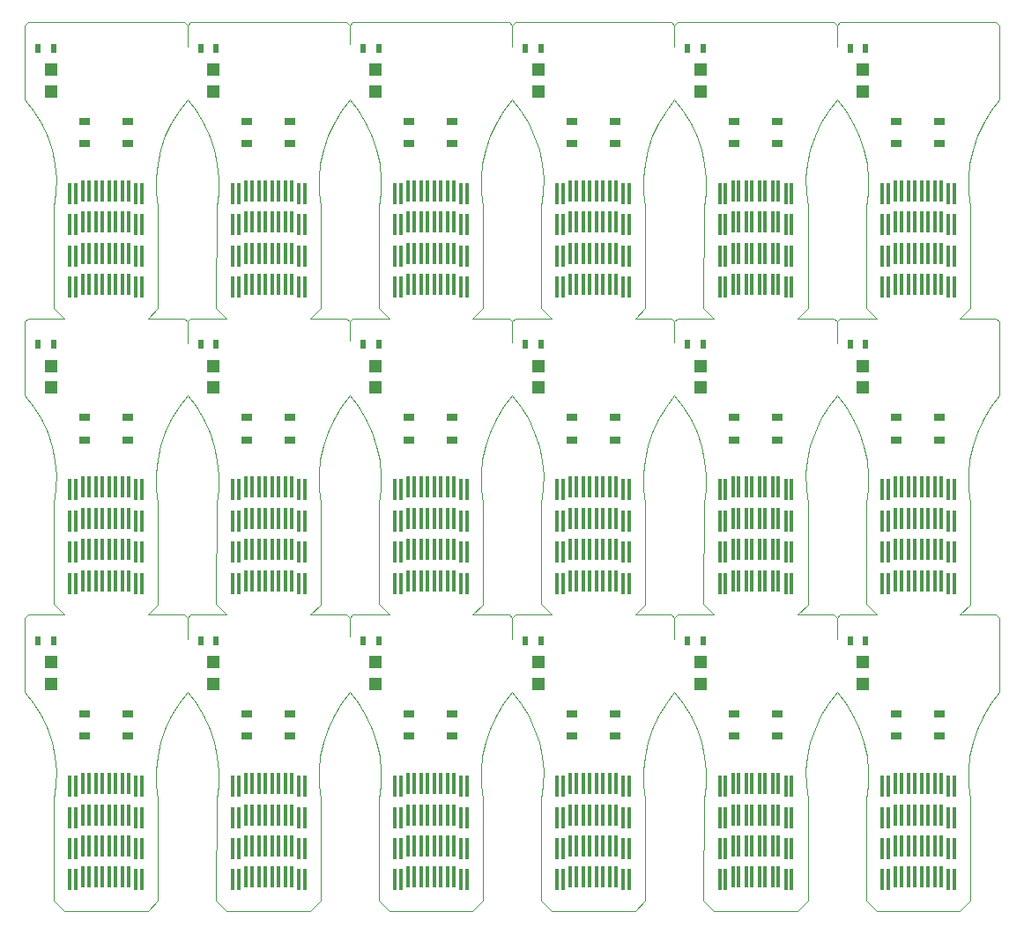
<source format=gbr>
%TF.GenerationSoftware,KiCad,Pcbnew,5.1.6-c6e7f7d~86~ubuntu18.04.1*%
%TF.CreationDate,2020-06-11T11:49:16+02:00*%
%TF.ProjectId,AVR_ISP_With_POGO_Pin_panelized,4156525f-4953-4505-9f57-6974685f504f,rev?*%
%TF.SameCoordinates,Original*%
%TF.FileFunction,Paste,Top*%
%TF.FilePolarity,Positive*%
%FSLAX46Y46*%
G04 Gerber Fmt 4.6, Leading zero omitted, Abs format (unit mm)*
G04 Created by KiCad (PCBNEW 5.1.6-c6e7f7d~86~ubuntu18.04.1) date 2020-06-11 11:49:16*
%MOMM*%
%LPD*%
G01*
G04 APERTURE LIST*
%TA.AperFunction,Profile*%
%ADD10C,0.100000*%
%TD*%
%ADD11R,0.304800X2.000000*%
%ADD12R,1.050000X0.650000*%
%ADD13R,0.500000X0.900000*%
%ADD14R,1.198880X1.198880*%
G04 APERTURE END LIST*
D10*
X65601000Y-78789900D02*
X65601800Y-80846800D01*
X65300500Y-78499200D02*
X65601000Y-78789900D01*
X61802400Y-78499000D02*
X65300500Y-78499200D01*
X62801000Y-77500100D02*
X61802400Y-78499000D01*
X62801000Y-67700000D02*
X62801000Y-77500100D01*
X62632800Y-66331600D02*
X62801000Y-67700000D01*
X62617000Y-64953100D02*
X62632800Y-66331600D01*
X62753800Y-63581400D02*
X62617000Y-64953100D01*
X63041500Y-62233100D02*
X62753800Y-63581400D01*
X63476400Y-60925000D02*
X63041500Y-62233100D01*
X64053500Y-59673000D02*
X63476400Y-60925000D01*
X64765400Y-58492600D02*
X64053500Y-59673000D01*
X65601800Y-57400300D02*
X64765400Y-58492600D01*
X66446300Y-58498900D02*
X65601800Y-57400300D01*
X67162800Y-59684300D02*
X66446300Y-58498900D01*
X67742800Y-60942300D02*
X67162800Y-59684300D01*
X68178900Y-62257000D02*
X67742800Y-60942300D01*
X68465800Y-63612200D02*
X68178900Y-62257000D01*
X68599800Y-64990900D02*
X68465800Y-63612200D01*
X68579300Y-66376000D02*
X68599800Y-64990900D01*
X68404500Y-67750300D02*
X68579300Y-66376000D01*
X68381800Y-77480100D02*
X68404500Y-67750300D01*
X69400400Y-78499000D02*
X68381800Y-77480100D01*
X65902200Y-78499200D02*
X69400400Y-78499000D01*
X65601800Y-78799900D02*
X65902200Y-78499200D01*
X65601800Y-80846800D02*
X65601800Y-78799900D01*
X81203800Y-78789900D02*
X81204500Y-80606800D01*
X80903300Y-78499100D02*
X81203800Y-78789900D01*
X77405200Y-78499000D02*
X80903300Y-78499100D01*
X78403800Y-77500100D02*
X77405200Y-78499000D01*
X78403800Y-67700000D02*
X78403800Y-77500100D01*
X78235600Y-66331600D02*
X78403800Y-67700000D01*
X78219800Y-64953100D02*
X78235600Y-66331600D01*
X78356600Y-63581400D02*
X78219800Y-64953100D01*
X78644200Y-62233100D02*
X78356600Y-63581400D01*
X79079200Y-60925000D02*
X78644200Y-62233100D01*
X79656200Y-59673000D02*
X79079200Y-60925000D01*
X80368200Y-58492600D02*
X79656200Y-59673000D01*
X81204600Y-57400300D02*
X80368200Y-58492600D01*
X82049000Y-58498900D02*
X81204600Y-57400300D01*
X82765600Y-59684300D02*
X82049000Y-58498900D01*
X83345600Y-60942300D02*
X82765600Y-59684300D01*
X83781700Y-62257000D02*
X83345600Y-60942300D01*
X84068600Y-63612200D02*
X83781700Y-62257000D01*
X84202600Y-64990900D02*
X84068600Y-63612200D01*
X84182100Y-66376000D02*
X84202600Y-64990900D01*
X84007300Y-67750300D02*
X84182100Y-66376000D01*
X83984500Y-77480100D02*
X84007300Y-67750300D01*
X85003100Y-78499000D02*
X83984500Y-77480100D01*
X81505000Y-78499100D02*
X85003100Y-78499000D01*
X81204500Y-78799900D02*
X81505000Y-78499100D01*
X81204500Y-80606800D02*
X81204500Y-78799900D01*
X96806500Y-78789900D02*
X96807300Y-80811700D01*
X96506000Y-78499200D02*
X96806500Y-78789900D01*
X93007900Y-78499000D02*
X96506000Y-78499200D01*
X94006500Y-77500100D02*
X93007900Y-78499000D01*
X94006500Y-67700000D02*
X94006500Y-77500100D01*
X93838400Y-66331600D02*
X94006500Y-67700000D01*
X93822600Y-64953100D02*
X93838400Y-66331600D01*
X93959400Y-63581400D02*
X93822600Y-64953100D01*
X94247000Y-62233100D02*
X93959400Y-63581400D01*
X94682000Y-60925000D02*
X94247000Y-62233100D01*
X95259000Y-59673000D02*
X94682000Y-60925000D01*
X95970900Y-58492600D02*
X95259000Y-59673000D01*
X96807300Y-57400300D02*
X95970900Y-58492600D01*
X97651800Y-58498900D02*
X96807300Y-57400300D01*
X98368400Y-59684300D02*
X97651800Y-58498900D01*
X98948300Y-60942300D02*
X98368400Y-59684300D01*
X99384500Y-62257000D02*
X98948300Y-60942300D01*
X99671300Y-63612200D02*
X99384500Y-62257000D01*
X99805300Y-64990900D02*
X99671300Y-63612200D01*
X99784800Y-66376000D02*
X99805300Y-64990900D01*
X99610000Y-67750300D02*
X99784800Y-66376000D01*
X99587300Y-77480100D02*
X99610000Y-67750300D01*
X100605900Y-78499000D02*
X99587300Y-77480100D01*
X97107700Y-78499200D02*
X100605900Y-78499000D01*
X96807300Y-78799900D02*
X97107700Y-78499200D01*
X96807300Y-80811700D02*
X96807300Y-78799900D01*
X112409300Y-78789900D02*
X112410100Y-80830600D01*
X112108800Y-78499200D02*
X112409300Y-78789900D01*
X108610700Y-78499000D02*
X112108800Y-78499200D01*
X109609300Y-77500100D02*
X108610700Y-78499000D01*
X109609300Y-67700000D02*
X109609300Y-77500100D01*
X109441200Y-66331600D02*
X109609300Y-67700000D01*
X109425400Y-64953100D02*
X109441200Y-66331600D01*
X109562100Y-63581400D02*
X109425400Y-64953100D01*
X109849800Y-62233100D02*
X109562100Y-63581400D01*
X110284800Y-60925000D02*
X109849800Y-62233100D01*
X110861800Y-59673000D02*
X110284800Y-60925000D01*
X111573700Y-58492600D02*
X110861800Y-59673000D01*
X112410100Y-57400300D02*
X111573700Y-58492600D01*
X113254600Y-58498900D02*
X112410100Y-57400300D01*
X113971200Y-59684300D02*
X113254600Y-58498900D01*
X114551100Y-60942300D02*
X113971200Y-59684300D01*
X114987300Y-62257000D02*
X114551100Y-60942300D01*
X115274100Y-63612200D02*
X114987300Y-62257000D01*
X115408100Y-64990900D02*
X115274100Y-63612200D01*
X115387600Y-66376000D02*
X115408100Y-64990900D01*
X115212800Y-67750300D02*
X115387600Y-66376000D01*
X115190100Y-77480100D02*
X115212800Y-67750300D01*
X116208700Y-78499000D02*
X115190100Y-77480100D01*
X112710500Y-78499200D02*
X116208700Y-78499000D01*
X112410100Y-78799900D02*
X112710500Y-78499200D01*
X112410100Y-80830600D02*
X112410100Y-78799900D01*
X128012100Y-78789900D02*
X128012900Y-80849800D01*
X127711600Y-78499200D02*
X128012100Y-78789900D01*
X124213500Y-78499000D02*
X127711600Y-78499200D01*
X125212100Y-77500100D02*
X124213500Y-78499000D01*
X125212100Y-67700000D02*
X125212100Y-77500100D01*
X125043900Y-66331600D02*
X125212100Y-67700000D01*
X125028100Y-64953100D02*
X125043900Y-66331600D01*
X125164900Y-63581400D02*
X125028100Y-64953100D01*
X125452500Y-62233100D02*
X125164900Y-63581400D01*
X125887500Y-60925000D02*
X125452500Y-62233100D01*
X126464500Y-59673000D02*
X125887500Y-60925000D01*
X127176500Y-58492600D02*
X126464500Y-59673000D01*
X128012900Y-57400300D02*
X127176500Y-58492600D01*
X128857400Y-58498900D02*
X128012900Y-57400300D01*
X129573900Y-59684300D02*
X128857400Y-58498900D01*
X130153900Y-60942300D02*
X129573900Y-59684300D01*
X130590000Y-62257000D02*
X130153900Y-60942300D01*
X130876900Y-63612200D02*
X130590000Y-62257000D01*
X131010900Y-64990900D02*
X130876900Y-63612200D01*
X130990400Y-66376000D02*
X131010900Y-64990900D01*
X130815600Y-67750300D02*
X130990400Y-66376000D01*
X130792900Y-77480100D02*
X130815600Y-67750300D01*
X131811500Y-78499000D02*
X130792900Y-77480100D01*
X128313300Y-78499200D02*
X131811500Y-78499000D01*
X128012900Y-78799900D02*
X128313300Y-78499200D01*
X128012900Y-80849800D02*
X128012900Y-78799900D01*
X65601000Y-107289900D02*
X65601800Y-109346900D01*
X65300500Y-106999200D02*
X65601000Y-107289900D01*
X61802400Y-106999000D02*
X65300500Y-106999200D01*
X62801000Y-106000100D02*
X61802400Y-106999000D01*
X62801000Y-96200000D02*
X62801000Y-106000100D01*
X62632800Y-94831600D02*
X62801000Y-96200000D01*
X62617000Y-93453100D02*
X62632800Y-94831600D01*
X62753800Y-92081400D02*
X62617000Y-93453100D01*
X63041500Y-90733200D02*
X62753800Y-92081400D01*
X63476400Y-89425000D02*
X63041500Y-90733200D01*
X64053500Y-88173100D02*
X63476400Y-89425000D01*
X64765400Y-86992600D02*
X64053500Y-88173100D01*
X65601800Y-85900300D02*
X64765400Y-86992600D01*
X66446300Y-86998900D02*
X65601800Y-85900300D01*
X67162800Y-88184300D02*
X66446300Y-86998900D01*
X67742800Y-89442300D02*
X67162800Y-88184300D01*
X68178900Y-90757000D02*
X67742800Y-89442300D01*
X68465800Y-92112200D02*
X68178900Y-90757000D01*
X68599800Y-93490900D02*
X68465800Y-92112200D01*
X68579300Y-94876000D02*
X68599800Y-93490900D01*
X68404500Y-96250300D02*
X68579300Y-94876000D01*
X68381800Y-105980100D02*
X68404500Y-96250300D01*
X69400400Y-106999000D02*
X68381800Y-105980100D01*
X65902200Y-106999200D02*
X69400400Y-106999000D01*
X65601800Y-107299900D02*
X65902200Y-106999200D01*
X65601800Y-109346900D02*
X65601800Y-107299900D01*
X81203800Y-107289900D02*
X81204500Y-109106800D01*
X80903300Y-106999100D02*
X81203800Y-107289900D01*
X77405200Y-106999000D02*
X80903300Y-106999100D01*
X78403800Y-106000100D02*
X77405200Y-106999000D01*
X78403800Y-96200000D02*
X78403800Y-106000100D01*
X78235600Y-94831600D02*
X78403800Y-96200000D01*
X78219800Y-93453100D02*
X78235600Y-94831600D01*
X78356600Y-92081400D02*
X78219800Y-93453100D01*
X78644200Y-90733200D02*
X78356600Y-92081400D01*
X79079200Y-89425000D02*
X78644200Y-90733200D01*
X79656200Y-88173100D02*
X79079200Y-89425000D01*
X80368200Y-86992600D02*
X79656200Y-88173100D01*
X81204600Y-85900300D02*
X80368200Y-86992600D01*
X82049000Y-86998900D02*
X81204600Y-85900300D01*
X82765600Y-88184300D02*
X82049000Y-86998900D01*
X83345600Y-89442300D02*
X82765600Y-88184300D01*
X83781700Y-90757000D02*
X83345600Y-89442300D01*
X84068600Y-92112200D02*
X83781700Y-90757000D01*
X84202600Y-93490900D02*
X84068600Y-92112200D01*
X84182100Y-94876000D02*
X84202600Y-93490900D01*
X84007300Y-96250300D02*
X84182100Y-94876000D01*
X83984500Y-105980100D02*
X84007300Y-96250300D01*
X85003100Y-106999000D02*
X83984500Y-105980100D01*
X81505000Y-106999100D02*
X85003100Y-106999000D01*
X81204500Y-107299900D02*
X81505000Y-106999100D01*
X81204500Y-109106800D02*
X81204500Y-107299900D01*
X96806500Y-107289900D02*
X96807300Y-109311700D01*
X96506000Y-106999200D02*
X96806500Y-107289900D01*
X93007900Y-106999000D02*
X96506000Y-106999200D01*
X94006500Y-106000100D02*
X93007900Y-106999000D01*
X94006500Y-96200000D02*
X94006500Y-106000100D01*
X93838400Y-94831600D02*
X94006500Y-96200000D01*
X93822600Y-93453100D02*
X93838400Y-94831600D01*
X93959400Y-92081400D02*
X93822600Y-93453100D01*
X94247000Y-90733200D02*
X93959400Y-92081400D01*
X94682000Y-89425000D02*
X94247000Y-90733200D01*
X95259000Y-88173100D02*
X94682000Y-89425000D01*
X95970900Y-86992600D02*
X95259000Y-88173100D01*
X96807400Y-85900300D02*
X95970900Y-86992600D01*
X97651800Y-86998900D02*
X96807400Y-85900300D01*
X98368400Y-88184300D02*
X97651800Y-86998900D01*
X98948300Y-89442300D02*
X98368400Y-88184300D01*
X99384500Y-90757000D02*
X98948300Y-89442300D01*
X99671300Y-92112200D02*
X99384500Y-90757000D01*
X99805300Y-93490900D02*
X99671300Y-92112200D01*
X99784800Y-94876000D02*
X99805300Y-93490900D01*
X99610000Y-96250300D02*
X99784800Y-94876000D01*
X99587300Y-105980100D02*
X99610000Y-96250300D01*
X100605900Y-106999000D02*
X99587300Y-105980100D01*
X97107700Y-106999200D02*
X100605900Y-106999000D01*
X96807300Y-107299900D02*
X97107700Y-106999200D01*
X96807300Y-109311700D02*
X96807300Y-107299900D01*
X112409300Y-107289900D02*
X112410100Y-109330600D01*
X112108800Y-106999200D02*
X112409300Y-107289900D01*
X108610700Y-106999000D02*
X112108800Y-106999200D01*
X109609300Y-106000100D02*
X108610700Y-106999000D01*
X109609300Y-96200000D02*
X109609300Y-106000100D01*
X109441200Y-94831600D02*
X109609300Y-96200000D01*
X109425400Y-93453100D02*
X109441200Y-94831600D01*
X109562100Y-92081400D02*
X109425400Y-93453100D01*
X109849800Y-90733200D02*
X109562100Y-92081400D01*
X110284800Y-89425000D02*
X109849800Y-90733200D01*
X110861800Y-88173100D02*
X110284800Y-89425000D01*
X111573700Y-86992600D02*
X110861800Y-88173100D01*
X112410100Y-85900300D02*
X111573700Y-86992600D01*
X113254600Y-86998900D02*
X112410100Y-85900300D01*
X113971200Y-88184300D02*
X113254600Y-86998900D01*
X114551100Y-89442300D02*
X113971200Y-88184300D01*
X114987300Y-90757000D02*
X114551100Y-89442300D01*
X115274100Y-92112200D02*
X114987300Y-90757000D01*
X115408100Y-93490900D02*
X115274100Y-92112200D01*
X115387600Y-94876000D02*
X115408100Y-93490900D01*
X115212800Y-96250300D02*
X115387600Y-94876000D01*
X115190100Y-105980100D02*
X115212800Y-96250300D01*
X116208700Y-106999000D02*
X115190100Y-105980100D01*
X112710500Y-106999200D02*
X116208700Y-106999000D01*
X112410100Y-107299900D02*
X112710500Y-106999200D01*
X112410100Y-109330600D02*
X112410100Y-107299900D01*
X128012100Y-107289900D02*
X128012900Y-109349800D01*
X127711600Y-106999200D02*
X128012100Y-107289900D01*
X124213500Y-106999000D02*
X127711600Y-106999200D01*
X125212100Y-106000100D02*
X124213500Y-106999000D01*
X125212100Y-96200000D02*
X125212100Y-106000100D01*
X125043900Y-94831600D02*
X125212100Y-96200000D01*
X125028100Y-93453100D02*
X125043900Y-94831600D01*
X125164900Y-92081400D02*
X125028100Y-93453100D01*
X125452500Y-90733200D02*
X125164900Y-92081400D01*
X125887500Y-89425000D02*
X125452500Y-90733200D01*
X126464500Y-88173100D02*
X125887500Y-89425000D01*
X127176500Y-86992600D02*
X126464500Y-88173100D01*
X128012900Y-85900300D02*
X127176500Y-86992600D01*
X128857400Y-86998900D02*
X128012900Y-85900300D01*
X129573900Y-88184300D02*
X128857400Y-86998900D01*
X130153900Y-89442300D02*
X129573900Y-88184300D01*
X130590000Y-90757000D02*
X130153900Y-89442300D01*
X130876900Y-92112200D02*
X130590000Y-90757000D01*
X131010900Y-93490900D02*
X130876900Y-92112200D01*
X130990400Y-94876000D02*
X131010900Y-93490900D01*
X130815600Y-96250300D02*
X130990400Y-94876000D01*
X130792900Y-105980100D02*
X130815600Y-96250300D01*
X131811500Y-106999000D02*
X130792900Y-105980100D01*
X128313300Y-106999200D02*
X131811500Y-106999000D01*
X128012900Y-107299900D02*
X128313300Y-106999200D01*
X128012900Y-109349800D02*
X128012900Y-107299900D01*
X140814900Y-106000100D02*
X139816300Y-106999000D01*
X140814900Y-96200000D02*
X140814900Y-106000100D01*
X140646700Y-94831600D02*
X140814900Y-96200000D01*
X140630900Y-93453100D02*
X140646700Y-94831600D01*
X140767700Y-92081400D02*
X140630900Y-93453100D01*
X141055300Y-90733200D02*
X140767700Y-92081400D01*
X141490300Y-89425000D02*
X141055300Y-90733200D01*
X142067300Y-88173100D02*
X141490300Y-89425000D01*
X142779300Y-86992600D02*
X142067300Y-88173100D01*
X143617600Y-85897500D02*
X142779300Y-86992600D01*
X143614800Y-78789500D02*
X143617600Y-85897500D01*
X143314000Y-78499000D02*
X143614800Y-78789500D01*
X139816300Y-78499000D02*
X143314000Y-78499000D01*
X140814900Y-77500100D02*
X139816300Y-78499000D01*
X140814900Y-67700000D02*
X140814900Y-77500100D01*
X140646700Y-66331600D02*
X140814900Y-67700000D01*
X140630900Y-64953100D02*
X140646700Y-66331600D01*
X140767700Y-63581400D02*
X140630900Y-64953100D01*
X141055300Y-62233100D02*
X140767700Y-63581400D01*
X141490300Y-60925000D02*
X141055300Y-62233100D01*
X142067300Y-59673000D02*
X141490300Y-60925000D01*
X142779300Y-58492600D02*
X142067300Y-59673000D01*
X143617600Y-57397500D02*
X142779300Y-58492600D01*
X143614900Y-50290000D02*
X143617600Y-57397500D01*
X143314400Y-49999200D02*
X143614900Y-50290000D01*
X128313700Y-49999000D02*
X143314400Y-49999200D01*
X128012900Y-50299900D02*
X128313700Y-49999000D01*
X128012900Y-52349800D02*
X128012900Y-50299900D01*
X128012100Y-50289900D02*
X128012900Y-52349800D01*
X127711100Y-49999000D02*
X128012100Y-50289900D01*
X112710900Y-49999000D02*
X127711100Y-49999000D01*
X112410100Y-50299900D02*
X112710900Y-49999000D01*
X112410100Y-52330600D02*
X112410100Y-50299900D01*
X112409300Y-50289900D02*
X112410100Y-52330600D01*
X112108300Y-49999000D02*
X112409300Y-50289900D01*
X97108100Y-49999000D02*
X112108300Y-49999000D01*
X96807300Y-50299900D02*
X97108100Y-49999000D01*
X96807300Y-52311700D02*
X96807300Y-50299900D01*
X96806500Y-50289900D02*
X96807300Y-52311700D01*
X96505500Y-49999000D02*
X96806500Y-50289900D01*
X81505400Y-49999000D02*
X96505500Y-49999000D01*
X81204500Y-50299900D02*
X81505400Y-49999000D01*
X81204500Y-52106800D02*
X81204500Y-50299900D01*
X81203800Y-50289900D02*
X81204500Y-52106800D01*
X80902900Y-49999000D02*
X81203800Y-50289900D01*
X65902700Y-49999000D02*
X80902900Y-49999000D01*
X65601800Y-50299900D02*
X65902700Y-49999000D01*
X65601800Y-52346800D02*
X65601800Y-50299900D01*
X65601000Y-50289900D02*
X65601800Y-52346800D01*
X65300100Y-49999000D02*
X65601000Y-50289900D01*
X50300000Y-49999000D02*
X65300100Y-49999000D01*
X49999200Y-50299400D02*
X50300000Y-49999000D01*
X49999000Y-57400200D02*
X49999200Y-50299400D01*
X50843500Y-58498900D02*
X49999000Y-57400200D01*
X51560100Y-59684300D02*
X50843500Y-58498900D01*
X52140000Y-60942300D02*
X51560100Y-59684300D01*
X52576200Y-62257000D02*
X52140000Y-60942300D01*
X52863000Y-63612200D02*
X52576200Y-62257000D01*
X52997000Y-64990900D02*
X52863000Y-63612200D01*
X52976500Y-66376000D02*
X52997000Y-64990900D01*
X52801700Y-67750300D02*
X52976500Y-66376000D01*
X52779000Y-77480100D02*
X52801700Y-67750300D01*
X53797600Y-78499000D02*
X52779000Y-77480100D01*
X50299900Y-78499000D02*
X53797600Y-78499000D01*
X49999100Y-78799500D02*
X50299900Y-78499000D01*
X49999000Y-85900100D02*
X49999100Y-78799500D01*
X50843500Y-86998900D02*
X49999000Y-85900100D01*
X51560100Y-88184300D02*
X50843500Y-86998900D01*
X52140000Y-89442300D02*
X51560100Y-88184300D01*
X52576200Y-90757000D02*
X52140000Y-89442300D01*
X52863000Y-92112200D02*
X52576200Y-90757000D01*
X52997000Y-93490900D02*
X52863000Y-92112200D01*
X52976500Y-94876000D02*
X52997000Y-93490900D01*
X52801700Y-96250300D02*
X52976500Y-94876000D01*
X52779000Y-105980100D02*
X52801700Y-96250300D01*
X53797600Y-106999000D02*
X52779000Y-105980100D01*
X50299900Y-106999000D02*
X53797600Y-106999000D01*
X49999100Y-107299500D02*
X50299900Y-106999000D01*
X49999000Y-114400000D02*
X49999100Y-107299500D01*
X50843500Y-115498900D02*
X49999000Y-114400000D01*
X51560100Y-116684300D02*
X50843500Y-115498900D01*
X52140000Y-117942300D02*
X51560100Y-116684300D01*
X52576200Y-119257100D02*
X52140000Y-117942300D01*
X52863000Y-120612200D02*
X52576200Y-119257100D01*
X52997000Y-121990900D02*
X52863000Y-120612200D01*
X52976500Y-123376000D02*
X52997000Y-121990900D01*
X52801700Y-124750300D02*
X52976500Y-123376000D01*
X52779000Y-134480100D02*
X52801700Y-124750300D01*
X53799400Y-135500800D02*
X52779000Y-134480100D01*
X61800100Y-135501000D02*
X53799400Y-135500800D01*
X62800900Y-134500500D02*
X61800100Y-135501000D01*
X62801000Y-124700000D02*
X62800900Y-134500500D01*
X62632800Y-123331600D02*
X62801000Y-124700000D01*
X62617000Y-121953100D02*
X62632800Y-123331600D01*
X62753800Y-120581400D02*
X62617000Y-121953100D01*
X63041500Y-119233200D02*
X62753800Y-120581400D01*
X63476400Y-117925000D02*
X63041500Y-119233200D01*
X64053500Y-116673100D02*
X63476400Y-117925000D01*
X64765400Y-115492600D02*
X64053500Y-116673100D01*
X65601800Y-114400300D02*
X64765400Y-115492600D01*
X66446300Y-115498900D02*
X65601800Y-114400300D01*
X67162800Y-116684300D02*
X66446300Y-115498900D01*
X67742800Y-117942300D02*
X67162800Y-116684300D01*
X68178900Y-119257100D02*
X67742800Y-117942300D01*
X68465800Y-120612200D02*
X68178900Y-119257100D01*
X68599800Y-121990900D02*
X68465800Y-120612200D01*
X68579300Y-123376000D02*
X68599800Y-121990900D01*
X68404500Y-124750300D02*
X68579300Y-123376000D01*
X68381800Y-134480100D02*
X68404500Y-124750300D01*
X69402200Y-135500800D02*
X68381800Y-134480100D01*
X77402900Y-135501000D02*
X69402200Y-135500800D01*
X78403700Y-134500500D02*
X77402900Y-135501000D01*
X78403800Y-124700000D02*
X78403700Y-134500500D01*
X78235600Y-123331600D02*
X78403800Y-124700000D01*
X78219800Y-121953100D02*
X78235600Y-123331600D01*
X78356600Y-120581400D02*
X78219800Y-121953100D01*
X78644200Y-119233200D02*
X78356600Y-120581400D01*
X79079200Y-117925000D02*
X78644200Y-119233200D01*
X79656200Y-116673100D02*
X79079200Y-117925000D01*
X80368200Y-115492600D02*
X79656200Y-116673100D01*
X81204600Y-114400300D02*
X80368200Y-115492600D01*
X82049000Y-115498900D02*
X81204600Y-114400300D01*
X82765600Y-116684300D02*
X82049000Y-115498900D01*
X83345600Y-117942300D02*
X82765600Y-116684300D01*
X83781700Y-119257100D02*
X83345600Y-117942300D01*
X84068600Y-120612200D02*
X83781700Y-119257100D01*
X84202600Y-121990900D02*
X84068600Y-120612200D01*
X84182100Y-123376000D02*
X84202600Y-121990900D01*
X84007300Y-124750300D02*
X84182100Y-123376000D01*
X83984600Y-134480500D02*
X84007300Y-124750300D01*
X85005400Y-135501000D02*
X83984600Y-134480500D01*
X93006000Y-135500900D02*
X85005400Y-135501000D01*
X94006500Y-134500100D02*
X93006000Y-135500900D01*
X94006500Y-124700000D02*
X94006500Y-134500100D01*
X93838400Y-123331600D02*
X94006500Y-124700000D01*
X93822600Y-121953100D02*
X93838400Y-123331600D01*
X93959400Y-120581400D02*
X93822600Y-121953100D01*
X94247000Y-119233200D02*
X93959400Y-120581400D01*
X94682000Y-117925000D02*
X94247000Y-119233200D01*
X95259000Y-116673100D02*
X94682000Y-117925000D01*
X95970900Y-115492600D02*
X95259000Y-116673100D01*
X96807400Y-114400300D02*
X95970900Y-115492600D01*
X97651800Y-115498900D02*
X96807400Y-114400300D01*
X98368400Y-116684300D02*
X97651800Y-115498900D01*
X98948300Y-117942300D02*
X98368400Y-116684300D01*
X99384500Y-119257100D02*
X98948300Y-117942300D01*
X99671300Y-120612200D02*
X99384500Y-119257100D01*
X99805300Y-121990900D02*
X99671300Y-120612200D01*
X99784800Y-123376000D02*
X99805300Y-121990900D01*
X99610000Y-124750300D02*
X99784800Y-123376000D01*
X99587400Y-134480500D02*
X99610000Y-124750300D01*
X100608200Y-135501000D02*
X99587400Y-134480500D01*
X108608700Y-135500900D02*
X100608200Y-135501000D01*
X109609300Y-134500100D02*
X108608700Y-135500900D01*
X109609300Y-124700000D02*
X109609300Y-134500100D01*
X109441200Y-123331600D02*
X109609300Y-124700000D01*
X109425400Y-121953100D02*
X109441200Y-123331600D01*
X109562100Y-120581400D02*
X109425400Y-121953100D01*
X109849800Y-119233200D02*
X109562100Y-120581400D01*
X110284800Y-117925000D02*
X109849800Y-119233200D01*
X110861800Y-116673100D02*
X110284800Y-117925000D01*
X111573700Y-115492600D02*
X110861800Y-116673100D01*
X112410100Y-114400300D02*
X111573700Y-115492600D01*
X113254600Y-115498900D02*
X112410100Y-114400300D01*
X113971200Y-116684300D02*
X113254600Y-115498900D01*
X114551100Y-117942300D02*
X113971200Y-116684300D01*
X114987300Y-119257100D02*
X114551100Y-117942300D01*
X115274100Y-120612200D02*
X114987300Y-119257100D01*
X115408100Y-121990900D02*
X115274100Y-120612200D01*
X115387600Y-123376000D02*
X115408100Y-121990900D01*
X115212800Y-124750300D02*
X115387600Y-123376000D01*
X115190200Y-134480500D02*
X115212800Y-124750300D01*
X116211000Y-135501000D02*
X115190200Y-134480500D01*
X124211400Y-135501000D02*
X116211000Y-135501000D01*
X125212100Y-134500100D02*
X124211400Y-135501000D01*
X125212100Y-124700000D02*
X125212100Y-134500100D01*
X125043900Y-123331600D02*
X125212100Y-124700000D01*
X125028100Y-121953100D02*
X125043900Y-123331600D01*
X125164900Y-120581400D02*
X125028100Y-121953100D01*
X125452500Y-119233200D02*
X125164900Y-120581400D01*
X125887500Y-117925000D02*
X125452500Y-119233200D01*
X126464500Y-116673100D02*
X125887500Y-117925000D01*
X127176500Y-115492600D02*
X126464500Y-116673100D01*
X128012900Y-114400300D02*
X127176500Y-115492600D01*
X128857400Y-115498900D02*
X128012900Y-114400300D01*
X129573900Y-116684300D02*
X128857400Y-115498900D01*
X130153900Y-117942300D02*
X129573900Y-116684300D01*
X130590000Y-119257100D02*
X130153900Y-117942300D01*
X130876900Y-120612200D02*
X130590000Y-119257100D01*
X131010900Y-121990900D02*
X130876900Y-120612200D01*
X130990400Y-123376000D02*
X131010900Y-121990900D01*
X130815600Y-124750300D02*
X130990400Y-123376000D01*
X130793000Y-134480500D02*
X130815600Y-124750300D01*
X131813800Y-135501000D02*
X130793000Y-134480500D01*
X139814200Y-135501000D02*
X131813800Y-135501000D01*
X140814900Y-134500100D02*
X139814200Y-135501000D01*
X140814900Y-124700000D02*
X140814900Y-134500100D01*
X140646700Y-123331600D02*
X140814900Y-124700000D01*
X140630900Y-121953100D02*
X140646700Y-123331600D01*
X140767700Y-120581400D02*
X140630900Y-121953100D01*
X141055300Y-119233200D02*
X140767700Y-120581400D01*
X141490300Y-117925000D02*
X141055300Y-119233200D01*
X142067300Y-116673100D02*
X141490300Y-117925000D01*
X142779300Y-115492600D02*
X142067300Y-116673100D01*
X143617600Y-114397400D02*
X142779300Y-115492600D01*
X143614800Y-107289500D02*
X143617600Y-114397400D01*
X143314000Y-106999000D02*
X143614800Y-107289500D01*
X139816300Y-106999000D02*
X143314000Y-106999000D01*
D11*
%TO.C,P2*%
X133616771Y-132221227D03*
X134886771Y-132221227D03*
X134200971Y-132221227D03*
X135470971Y-132221227D03*
X132346771Y-132475227D03*
X136156771Y-132221227D03*
X137426771Y-132221227D03*
X132346771Y-129475227D03*
X133616771Y-129221227D03*
X134886771Y-129221227D03*
X136156771Y-129221227D03*
X137426771Y-129221227D03*
X132346771Y-126475227D03*
X133616771Y-126221227D03*
X134886771Y-126221227D03*
X136156771Y-126221227D03*
X137426771Y-126221227D03*
X132346771Y-123475227D03*
X133616771Y-123221227D03*
X134886771Y-123221227D03*
X136156771Y-123221227D03*
X137426771Y-123221227D03*
X132930971Y-123475227D03*
X134200971Y-123221227D03*
X135470971Y-123221227D03*
X136740971Y-123221227D03*
X138010971Y-123221227D03*
X132930971Y-129475227D03*
X134200971Y-129221227D03*
X135470971Y-129221227D03*
X136740971Y-129221227D03*
X138010971Y-129221227D03*
X132930971Y-126475227D03*
X134200971Y-126221227D03*
X135470971Y-126221227D03*
X136740971Y-126221227D03*
X138010971Y-126221227D03*
X132930971Y-132475227D03*
X136740971Y-132221227D03*
X138010971Y-132221227D03*
X138696771Y-123475227D03*
X138696771Y-126475227D03*
X138696771Y-129475227D03*
X138696771Y-132475227D03*
X139280971Y-123475227D03*
X139280971Y-126475227D03*
X139280971Y-129475227D03*
X139280971Y-132475227D03*
%TD*%
D12*
%TO.C,S1*%
X137888871Y-118675027D03*
X133738871Y-118675027D03*
X137888871Y-116525027D03*
X133738871Y-116525027D03*
%TD*%
D13*
%TO.C,R1*%
X129283871Y-109500027D03*
X130783871Y-109500027D03*
%TD*%
D14*
%TO.C,D1*%
X130513871Y-113649047D03*
X130513871Y-111551007D03*
%TD*%
D11*
%TO.C,P2*%
X118013997Y-132221227D03*
X119283997Y-132221227D03*
X118598197Y-132221227D03*
X119868197Y-132221227D03*
X116743997Y-132475227D03*
X120553997Y-132221227D03*
X121823997Y-132221227D03*
X116743997Y-129475227D03*
X118013997Y-129221227D03*
X119283997Y-129221227D03*
X120553997Y-129221227D03*
X121823997Y-129221227D03*
X116743997Y-126475227D03*
X118013997Y-126221227D03*
X119283997Y-126221227D03*
X120553997Y-126221227D03*
X121823997Y-126221227D03*
X116743997Y-123475227D03*
X118013997Y-123221227D03*
X119283997Y-123221227D03*
X120553997Y-123221227D03*
X121823997Y-123221227D03*
X117328197Y-123475227D03*
X118598197Y-123221227D03*
X119868197Y-123221227D03*
X121138197Y-123221227D03*
X122408197Y-123221227D03*
X117328197Y-129475227D03*
X118598197Y-129221227D03*
X119868197Y-129221227D03*
X121138197Y-129221227D03*
X122408197Y-129221227D03*
X117328197Y-126475227D03*
X118598197Y-126221227D03*
X119868197Y-126221227D03*
X121138197Y-126221227D03*
X122408197Y-126221227D03*
X117328197Y-132475227D03*
X121138197Y-132221227D03*
X122408197Y-132221227D03*
X123093997Y-123475227D03*
X123093997Y-126475227D03*
X123093997Y-129475227D03*
X123093997Y-132475227D03*
X123678197Y-123475227D03*
X123678197Y-126475227D03*
X123678197Y-129475227D03*
X123678197Y-132475227D03*
%TD*%
D12*
%TO.C,S1*%
X122286097Y-118675027D03*
X118136097Y-118675027D03*
X122286097Y-116525027D03*
X118136097Y-116525027D03*
%TD*%
D13*
%TO.C,R1*%
X113681097Y-109500027D03*
X115181097Y-109500027D03*
%TD*%
D14*
%TO.C,D1*%
X114911097Y-113649047D03*
X114911097Y-111551007D03*
%TD*%
D11*
%TO.C,P2*%
X102411223Y-132221227D03*
X103681223Y-132221227D03*
X102995423Y-132221227D03*
X104265423Y-132221227D03*
X101141223Y-132475227D03*
X104951223Y-132221227D03*
X106221223Y-132221227D03*
X101141223Y-129475227D03*
X102411223Y-129221227D03*
X103681223Y-129221227D03*
X104951223Y-129221227D03*
X106221223Y-129221227D03*
X101141223Y-126475227D03*
X102411223Y-126221227D03*
X103681223Y-126221227D03*
X104951223Y-126221227D03*
X106221223Y-126221227D03*
X101141223Y-123475227D03*
X102411223Y-123221227D03*
X103681223Y-123221227D03*
X104951223Y-123221227D03*
X106221223Y-123221227D03*
X101725423Y-123475227D03*
X102995423Y-123221227D03*
X104265423Y-123221227D03*
X105535423Y-123221227D03*
X106805423Y-123221227D03*
X101725423Y-129475227D03*
X102995423Y-129221227D03*
X104265423Y-129221227D03*
X105535423Y-129221227D03*
X106805423Y-129221227D03*
X101725423Y-126475227D03*
X102995423Y-126221227D03*
X104265423Y-126221227D03*
X105535423Y-126221227D03*
X106805423Y-126221227D03*
X101725423Y-132475227D03*
X105535423Y-132221227D03*
X106805423Y-132221227D03*
X107491223Y-123475227D03*
X107491223Y-126475227D03*
X107491223Y-129475227D03*
X107491223Y-132475227D03*
X108075423Y-123475227D03*
X108075423Y-126475227D03*
X108075423Y-129475227D03*
X108075423Y-132475227D03*
%TD*%
D12*
%TO.C,S1*%
X106683323Y-118675027D03*
X102533323Y-118675027D03*
X106683323Y-116525027D03*
X102533323Y-116525027D03*
%TD*%
D13*
%TO.C,R1*%
X98078323Y-109500027D03*
X99578323Y-109500027D03*
%TD*%
D14*
%TO.C,D1*%
X99308323Y-113649047D03*
X99308323Y-111551007D03*
%TD*%
D11*
%TO.C,P2*%
X86808449Y-132221227D03*
X88078449Y-132221227D03*
X87392649Y-132221227D03*
X88662649Y-132221227D03*
X85538449Y-132475227D03*
X89348449Y-132221227D03*
X90618449Y-132221227D03*
X85538449Y-129475227D03*
X86808449Y-129221227D03*
X88078449Y-129221227D03*
X89348449Y-129221227D03*
X90618449Y-129221227D03*
X85538449Y-126475227D03*
X86808449Y-126221227D03*
X88078449Y-126221227D03*
X89348449Y-126221227D03*
X90618449Y-126221227D03*
X85538449Y-123475227D03*
X86808449Y-123221227D03*
X88078449Y-123221227D03*
X89348449Y-123221227D03*
X90618449Y-123221227D03*
X86122649Y-123475227D03*
X87392649Y-123221227D03*
X88662649Y-123221227D03*
X89932649Y-123221227D03*
X91202649Y-123221227D03*
X86122649Y-129475227D03*
X87392649Y-129221227D03*
X88662649Y-129221227D03*
X89932649Y-129221227D03*
X91202649Y-129221227D03*
X86122649Y-126475227D03*
X87392649Y-126221227D03*
X88662649Y-126221227D03*
X89932649Y-126221227D03*
X91202649Y-126221227D03*
X86122649Y-132475227D03*
X89932649Y-132221227D03*
X91202649Y-132221227D03*
X91888449Y-123475227D03*
X91888449Y-126475227D03*
X91888449Y-129475227D03*
X91888449Y-132475227D03*
X92472649Y-123475227D03*
X92472649Y-126475227D03*
X92472649Y-129475227D03*
X92472649Y-132475227D03*
%TD*%
D12*
%TO.C,S1*%
X91080549Y-118675027D03*
X86930549Y-118675027D03*
X91080549Y-116525027D03*
X86930549Y-116525027D03*
%TD*%
D13*
%TO.C,R1*%
X82475549Y-109500027D03*
X83975549Y-109500027D03*
%TD*%
D14*
%TO.C,D1*%
X83705549Y-113649047D03*
X83705549Y-111551007D03*
%TD*%
D11*
%TO.C,P2*%
X71205675Y-132221227D03*
X72475675Y-132221227D03*
X71789875Y-132221227D03*
X73059875Y-132221227D03*
X69935675Y-132475227D03*
X73745675Y-132221227D03*
X75015675Y-132221227D03*
X69935675Y-129475227D03*
X71205675Y-129221227D03*
X72475675Y-129221227D03*
X73745675Y-129221227D03*
X75015675Y-129221227D03*
X69935675Y-126475227D03*
X71205675Y-126221227D03*
X72475675Y-126221227D03*
X73745675Y-126221227D03*
X75015675Y-126221227D03*
X69935675Y-123475227D03*
X71205675Y-123221227D03*
X72475675Y-123221227D03*
X73745675Y-123221227D03*
X75015675Y-123221227D03*
X70519875Y-123475227D03*
X71789875Y-123221227D03*
X73059875Y-123221227D03*
X74329875Y-123221227D03*
X75599875Y-123221227D03*
X70519875Y-129475227D03*
X71789875Y-129221227D03*
X73059875Y-129221227D03*
X74329875Y-129221227D03*
X75599875Y-129221227D03*
X70519875Y-126475227D03*
X71789875Y-126221227D03*
X73059875Y-126221227D03*
X74329875Y-126221227D03*
X75599875Y-126221227D03*
X70519875Y-132475227D03*
X74329875Y-132221227D03*
X75599875Y-132221227D03*
X76285675Y-123475227D03*
X76285675Y-126475227D03*
X76285675Y-129475227D03*
X76285675Y-132475227D03*
X76869875Y-123475227D03*
X76869875Y-126475227D03*
X76869875Y-129475227D03*
X76869875Y-132475227D03*
%TD*%
D12*
%TO.C,S1*%
X75477775Y-118675027D03*
X71327775Y-118675027D03*
X75477775Y-116525027D03*
X71327775Y-116525027D03*
%TD*%
D13*
%TO.C,R1*%
X66872775Y-109500027D03*
X68372775Y-109500027D03*
%TD*%
D14*
%TO.C,D1*%
X68102775Y-113649047D03*
X68102775Y-111551007D03*
%TD*%
D11*
%TO.C,P2*%
X55602901Y-132221227D03*
X56872901Y-132221227D03*
X56187101Y-132221227D03*
X57457101Y-132221227D03*
X54332901Y-132475227D03*
X58142901Y-132221227D03*
X59412901Y-132221227D03*
X54332901Y-129475227D03*
X55602901Y-129221227D03*
X56872901Y-129221227D03*
X58142901Y-129221227D03*
X59412901Y-129221227D03*
X54332901Y-126475227D03*
X55602901Y-126221227D03*
X56872901Y-126221227D03*
X58142901Y-126221227D03*
X59412901Y-126221227D03*
X54332901Y-123475227D03*
X55602901Y-123221227D03*
X56872901Y-123221227D03*
X58142901Y-123221227D03*
X59412901Y-123221227D03*
X54917101Y-123475227D03*
X56187101Y-123221227D03*
X57457101Y-123221227D03*
X58727101Y-123221227D03*
X59997101Y-123221227D03*
X54917101Y-129475227D03*
X56187101Y-129221227D03*
X57457101Y-129221227D03*
X58727101Y-129221227D03*
X59997101Y-129221227D03*
X54917101Y-126475227D03*
X56187101Y-126221227D03*
X57457101Y-126221227D03*
X58727101Y-126221227D03*
X59997101Y-126221227D03*
X54917101Y-132475227D03*
X58727101Y-132221227D03*
X59997101Y-132221227D03*
X60682901Y-123475227D03*
X60682901Y-126475227D03*
X60682901Y-129475227D03*
X60682901Y-132475227D03*
X61267101Y-123475227D03*
X61267101Y-126475227D03*
X61267101Y-129475227D03*
X61267101Y-132475227D03*
%TD*%
D12*
%TO.C,S1*%
X59875001Y-118675027D03*
X55725001Y-118675027D03*
X59875001Y-116525027D03*
X55725001Y-116525027D03*
%TD*%
D13*
%TO.C,R1*%
X51270001Y-109500027D03*
X52770001Y-109500027D03*
%TD*%
D14*
%TO.C,D1*%
X52500001Y-113649047D03*
X52500001Y-111551007D03*
%TD*%
D11*
%TO.C,P2*%
X133616771Y-103721214D03*
X134886771Y-103721214D03*
X134200971Y-103721214D03*
X135470971Y-103721214D03*
X132346771Y-103975214D03*
X136156771Y-103721214D03*
X137426771Y-103721214D03*
X132346771Y-100975214D03*
X133616771Y-100721214D03*
X134886771Y-100721214D03*
X136156771Y-100721214D03*
X137426771Y-100721214D03*
X132346771Y-97975214D03*
X133616771Y-97721214D03*
X134886771Y-97721214D03*
X136156771Y-97721214D03*
X137426771Y-97721214D03*
X132346771Y-94975214D03*
X133616771Y-94721214D03*
X134886771Y-94721214D03*
X136156771Y-94721214D03*
X137426771Y-94721214D03*
X132930971Y-94975214D03*
X134200971Y-94721214D03*
X135470971Y-94721214D03*
X136740971Y-94721214D03*
X138010971Y-94721214D03*
X132930971Y-100975214D03*
X134200971Y-100721214D03*
X135470971Y-100721214D03*
X136740971Y-100721214D03*
X138010971Y-100721214D03*
X132930971Y-97975214D03*
X134200971Y-97721214D03*
X135470971Y-97721214D03*
X136740971Y-97721214D03*
X138010971Y-97721214D03*
X132930971Y-103975214D03*
X136740971Y-103721214D03*
X138010971Y-103721214D03*
X138696771Y-94975214D03*
X138696771Y-97975214D03*
X138696771Y-100975214D03*
X138696771Y-103975214D03*
X139280971Y-94975214D03*
X139280971Y-97975214D03*
X139280971Y-100975214D03*
X139280971Y-103975214D03*
%TD*%
D12*
%TO.C,S1*%
X137888871Y-90175014D03*
X133738871Y-90175014D03*
X137888871Y-88025014D03*
X133738871Y-88025014D03*
%TD*%
D13*
%TO.C,R1*%
X129283871Y-81000014D03*
X130783871Y-81000014D03*
%TD*%
D14*
%TO.C,D1*%
X130513871Y-85149034D03*
X130513871Y-83050994D03*
%TD*%
D11*
%TO.C,P2*%
X118013997Y-103721214D03*
X119283997Y-103721214D03*
X118598197Y-103721214D03*
X119868197Y-103721214D03*
X116743997Y-103975214D03*
X120553997Y-103721214D03*
X121823997Y-103721214D03*
X116743997Y-100975214D03*
X118013997Y-100721214D03*
X119283997Y-100721214D03*
X120553997Y-100721214D03*
X121823997Y-100721214D03*
X116743997Y-97975214D03*
X118013997Y-97721214D03*
X119283997Y-97721214D03*
X120553997Y-97721214D03*
X121823997Y-97721214D03*
X116743997Y-94975214D03*
X118013997Y-94721214D03*
X119283997Y-94721214D03*
X120553997Y-94721214D03*
X121823997Y-94721214D03*
X117328197Y-94975214D03*
X118598197Y-94721214D03*
X119868197Y-94721214D03*
X121138197Y-94721214D03*
X122408197Y-94721214D03*
X117328197Y-100975214D03*
X118598197Y-100721214D03*
X119868197Y-100721214D03*
X121138197Y-100721214D03*
X122408197Y-100721214D03*
X117328197Y-97975214D03*
X118598197Y-97721214D03*
X119868197Y-97721214D03*
X121138197Y-97721214D03*
X122408197Y-97721214D03*
X117328197Y-103975214D03*
X121138197Y-103721214D03*
X122408197Y-103721214D03*
X123093997Y-94975214D03*
X123093997Y-97975214D03*
X123093997Y-100975214D03*
X123093997Y-103975214D03*
X123678197Y-94975214D03*
X123678197Y-97975214D03*
X123678197Y-100975214D03*
X123678197Y-103975214D03*
%TD*%
D12*
%TO.C,S1*%
X122286097Y-90175014D03*
X118136097Y-90175014D03*
X122286097Y-88025014D03*
X118136097Y-88025014D03*
%TD*%
D13*
%TO.C,R1*%
X113681097Y-81000014D03*
X115181097Y-81000014D03*
%TD*%
D14*
%TO.C,D1*%
X114911097Y-85149034D03*
X114911097Y-83050994D03*
%TD*%
D11*
%TO.C,P2*%
X102411223Y-103721214D03*
X103681223Y-103721214D03*
X102995423Y-103721214D03*
X104265423Y-103721214D03*
X101141223Y-103975214D03*
X104951223Y-103721214D03*
X106221223Y-103721214D03*
X101141223Y-100975214D03*
X102411223Y-100721214D03*
X103681223Y-100721214D03*
X104951223Y-100721214D03*
X106221223Y-100721214D03*
X101141223Y-97975214D03*
X102411223Y-97721214D03*
X103681223Y-97721214D03*
X104951223Y-97721214D03*
X106221223Y-97721214D03*
X101141223Y-94975214D03*
X102411223Y-94721214D03*
X103681223Y-94721214D03*
X104951223Y-94721214D03*
X106221223Y-94721214D03*
X101725423Y-94975214D03*
X102995423Y-94721214D03*
X104265423Y-94721214D03*
X105535423Y-94721214D03*
X106805423Y-94721214D03*
X101725423Y-100975214D03*
X102995423Y-100721214D03*
X104265423Y-100721214D03*
X105535423Y-100721214D03*
X106805423Y-100721214D03*
X101725423Y-97975214D03*
X102995423Y-97721214D03*
X104265423Y-97721214D03*
X105535423Y-97721214D03*
X106805423Y-97721214D03*
X101725423Y-103975214D03*
X105535423Y-103721214D03*
X106805423Y-103721214D03*
X107491223Y-94975214D03*
X107491223Y-97975214D03*
X107491223Y-100975214D03*
X107491223Y-103975214D03*
X108075423Y-94975214D03*
X108075423Y-97975214D03*
X108075423Y-100975214D03*
X108075423Y-103975214D03*
%TD*%
D12*
%TO.C,S1*%
X106683323Y-90175014D03*
X102533323Y-90175014D03*
X106683323Y-88025014D03*
X102533323Y-88025014D03*
%TD*%
D13*
%TO.C,R1*%
X98078323Y-81000014D03*
X99578323Y-81000014D03*
%TD*%
D14*
%TO.C,D1*%
X99308323Y-85149034D03*
X99308323Y-83050994D03*
%TD*%
D11*
%TO.C,P2*%
X86808449Y-103721214D03*
X88078449Y-103721214D03*
X87392649Y-103721214D03*
X88662649Y-103721214D03*
X85538449Y-103975214D03*
X89348449Y-103721214D03*
X90618449Y-103721214D03*
X85538449Y-100975214D03*
X86808449Y-100721214D03*
X88078449Y-100721214D03*
X89348449Y-100721214D03*
X90618449Y-100721214D03*
X85538449Y-97975214D03*
X86808449Y-97721214D03*
X88078449Y-97721214D03*
X89348449Y-97721214D03*
X90618449Y-97721214D03*
X85538449Y-94975214D03*
X86808449Y-94721214D03*
X88078449Y-94721214D03*
X89348449Y-94721214D03*
X90618449Y-94721214D03*
X86122649Y-94975214D03*
X87392649Y-94721214D03*
X88662649Y-94721214D03*
X89932649Y-94721214D03*
X91202649Y-94721214D03*
X86122649Y-100975214D03*
X87392649Y-100721214D03*
X88662649Y-100721214D03*
X89932649Y-100721214D03*
X91202649Y-100721214D03*
X86122649Y-97975214D03*
X87392649Y-97721214D03*
X88662649Y-97721214D03*
X89932649Y-97721214D03*
X91202649Y-97721214D03*
X86122649Y-103975214D03*
X89932649Y-103721214D03*
X91202649Y-103721214D03*
X91888449Y-94975214D03*
X91888449Y-97975214D03*
X91888449Y-100975214D03*
X91888449Y-103975214D03*
X92472649Y-94975214D03*
X92472649Y-97975214D03*
X92472649Y-100975214D03*
X92472649Y-103975214D03*
%TD*%
D12*
%TO.C,S1*%
X91080549Y-90175014D03*
X86930549Y-90175014D03*
X91080549Y-88025014D03*
X86930549Y-88025014D03*
%TD*%
D13*
%TO.C,R1*%
X82475549Y-81000014D03*
X83975549Y-81000014D03*
%TD*%
D14*
%TO.C,D1*%
X83705549Y-85149034D03*
X83705549Y-83050994D03*
%TD*%
D11*
%TO.C,P2*%
X71205675Y-103721214D03*
X72475675Y-103721214D03*
X71789875Y-103721214D03*
X73059875Y-103721214D03*
X69935675Y-103975214D03*
X73745675Y-103721214D03*
X75015675Y-103721214D03*
X69935675Y-100975214D03*
X71205675Y-100721214D03*
X72475675Y-100721214D03*
X73745675Y-100721214D03*
X75015675Y-100721214D03*
X69935675Y-97975214D03*
X71205675Y-97721214D03*
X72475675Y-97721214D03*
X73745675Y-97721214D03*
X75015675Y-97721214D03*
X69935675Y-94975214D03*
X71205675Y-94721214D03*
X72475675Y-94721214D03*
X73745675Y-94721214D03*
X75015675Y-94721214D03*
X70519875Y-94975214D03*
X71789875Y-94721214D03*
X73059875Y-94721214D03*
X74329875Y-94721214D03*
X75599875Y-94721214D03*
X70519875Y-100975214D03*
X71789875Y-100721214D03*
X73059875Y-100721214D03*
X74329875Y-100721214D03*
X75599875Y-100721214D03*
X70519875Y-97975214D03*
X71789875Y-97721214D03*
X73059875Y-97721214D03*
X74329875Y-97721214D03*
X75599875Y-97721214D03*
X70519875Y-103975214D03*
X74329875Y-103721214D03*
X75599875Y-103721214D03*
X76285675Y-94975214D03*
X76285675Y-97975214D03*
X76285675Y-100975214D03*
X76285675Y-103975214D03*
X76869875Y-94975214D03*
X76869875Y-97975214D03*
X76869875Y-100975214D03*
X76869875Y-103975214D03*
%TD*%
D12*
%TO.C,S1*%
X75477775Y-90175014D03*
X71327775Y-90175014D03*
X75477775Y-88025014D03*
X71327775Y-88025014D03*
%TD*%
D13*
%TO.C,R1*%
X66872775Y-81000014D03*
X68372775Y-81000014D03*
%TD*%
D14*
%TO.C,D1*%
X68102775Y-85149034D03*
X68102775Y-83050994D03*
%TD*%
D11*
%TO.C,P2*%
X55602901Y-103721214D03*
X56872901Y-103721214D03*
X56187101Y-103721214D03*
X57457101Y-103721214D03*
X54332901Y-103975214D03*
X58142901Y-103721214D03*
X59412901Y-103721214D03*
X54332901Y-100975214D03*
X55602901Y-100721214D03*
X56872901Y-100721214D03*
X58142901Y-100721214D03*
X59412901Y-100721214D03*
X54332901Y-97975214D03*
X55602901Y-97721214D03*
X56872901Y-97721214D03*
X58142901Y-97721214D03*
X59412901Y-97721214D03*
X54332901Y-94975214D03*
X55602901Y-94721214D03*
X56872901Y-94721214D03*
X58142901Y-94721214D03*
X59412901Y-94721214D03*
X54917101Y-94975214D03*
X56187101Y-94721214D03*
X57457101Y-94721214D03*
X58727101Y-94721214D03*
X59997101Y-94721214D03*
X54917101Y-100975214D03*
X56187101Y-100721214D03*
X57457101Y-100721214D03*
X58727101Y-100721214D03*
X59997101Y-100721214D03*
X54917101Y-97975214D03*
X56187101Y-97721214D03*
X57457101Y-97721214D03*
X58727101Y-97721214D03*
X59997101Y-97721214D03*
X54917101Y-103975214D03*
X58727101Y-103721214D03*
X59997101Y-103721214D03*
X60682901Y-94975214D03*
X60682901Y-97975214D03*
X60682901Y-100975214D03*
X60682901Y-103975214D03*
X61267101Y-94975214D03*
X61267101Y-97975214D03*
X61267101Y-100975214D03*
X61267101Y-103975214D03*
%TD*%
D12*
%TO.C,S1*%
X59875001Y-90175014D03*
X55725001Y-90175014D03*
X59875001Y-88025014D03*
X55725001Y-88025014D03*
%TD*%
D13*
%TO.C,R1*%
X51270001Y-81000014D03*
X52770001Y-81000014D03*
%TD*%
D14*
%TO.C,D1*%
X52500001Y-85149034D03*
X52500001Y-83050994D03*
%TD*%
D11*
%TO.C,P2*%
X133616771Y-75221201D03*
X134886771Y-75221201D03*
X134200971Y-75221201D03*
X135470971Y-75221201D03*
X132346771Y-75475201D03*
X136156771Y-75221201D03*
X137426771Y-75221201D03*
X132346771Y-72475201D03*
X133616771Y-72221201D03*
X134886771Y-72221201D03*
X136156771Y-72221201D03*
X137426771Y-72221201D03*
X132346771Y-69475201D03*
X133616771Y-69221201D03*
X134886771Y-69221201D03*
X136156771Y-69221201D03*
X137426771Y-69221201D03*
X132346771Y-66475201D03*
X133616771Y-66221201D03*
X134886771Y-66221201D03*
X136156771Y-66221201D03*
X137426771Y-66221201D03*
X132930971Y-66475201D03*
X134200971Y-66221201D03*
X135470971Y-66221201D03*
X136740971Y-66221201D03*
X138010971Y-66221201D03*
X132930971Y-72475201D03*
X134200971Y-72221201D03*
X135470971Y-72221201D03*
X136740971Y-72221201D03*
X138010971Y-72221201D03*
X132930971Y-69475201D03*
X134200971Y-69221201D03*
X135470971Y-69221201D03*
X136740971Y-69221201D03*
X138010971Y-69221201D03*
X132930971Y-75475201D03*
X136740971Y-75221201D03*
X138010971Y-75221201D03*
X138696771Y-66475201D03*
X138696771Y-69475201D03*
X138696771Y-72475201D03*
X138696771Y-75475201D03*
X139280971Y-66475201D03*
X139280971Y-69475201D03*
X139280971Y-72475201D03*
X139280971Y-75475201D03*
%TD*%
D12*
%TO.C,S1*%
X137888871Y-61675001D03*
X133738871Y-61675001D03*
X137888871Y-59525001D03*
X133738871Y-59525001D03*
%TD*%
D13*
%TO.C,R1*%
X129283871Y-52500001D03*
X130783871Y-52500001D03*
%TD*%
D14*
%TO.C,D1*%
X130513871Y-56649021D03*
X130513871Y-54550981D03*
%TD*%
D11*
%TO.C,P2*%
X118013997Y-75221201D03*
X119283997Y-75221201D03*
X118598197Y-75221201D03*
X119868197Y-75221201D03*
X116743997Y-75475201D03*
X120553997Y-75221201D03*
X121823997Y-75221201D03*
X116743997Y-72475201D03*
X118013997Y-72221201D03*
X119283997Y-72221201D03*
X120553997Y-72221201D03*
X121823997Y-72221201D03*
X116743997Y-69475201D03*
X118013997Y-69221201D03*
X119283997Y-69221201D03*
X120553997Y-69221201D03*
X121823997Y-69221201D03*
X116743997Y-66475201D03*
X118013997Y-66221201D03*
X119283997Y-66221201D03*
X120553997Y-66221201D03*
X121823997Y-66221201D03*
X117328197Y-66475201D03*
X118598197Y-66221201D03*
X119868197Y-66221201D03*
X121138197Y-66221201D03*
X122408197Y-66221201D03*
X117328197Y-72475201D03*
X118598197Y-72221201D03*
X119868197Y-72221201D03*
X121138197Y-72221201D03*
X122408197Y-72221201D03*
X117328197Y-69475201D03*
X118598197Y-69221201D03*
X119868197Y-69221201D03*
X121138197Y-69221201D03*
X122408197Y-69221201D03*
X117328197Y-75475201D03*
X121138197Y-75221201D03*
X122408197Y-75221201D03*
X123093997Y-66475201D03*
X123093997Y-69475201D03*
X123093997Y-72475201D03*
X123093997Y-75475201D03*
X123678197Y-66475201D03*
X123678197Y-69475201D03*
X123678197Y-72475201D03*
X123678197Y-75475201D03*
%TD*%
D12*
%TO.C,S1*%
X122286097Y-61675001D03*
X118136097Y-61675001D03*
X122286097Y-59525001D03*
X118136097Y-59525001D03*
%TD*%
D13*
%TO.C,R1*%
X113681097Y-52500001D03*
X115181097Y-52500001D03*
%TD*%
D14*
%TO.C,D1*%
X114911097Y-56649021D03*
X114911097Y-54550981D03*
%TD*%
D11*
%TO.C,P2*%
X102411223Y-75221201D03*
X103681223Y-75221201D03*
X102995423Y-75221201D03*
X104265423Y-75221201D03*
X101141223Y-75475201D03*
X104951223Y-75221201D03*
X106221223Y-75221201D03*
X101141223Y-72475201D03*
X102411223Y-72221201D03*
X103681223Y-72221201D03*
X104951223Y-72221201D03*
X106221223Y-72221201D03*
X101141223Y-69475201D03*
X102411223Y-69221201D03*
X103681223Y-69221201D03*
X104951223Y-69221201D03*
X106221223Y-69221201D03*
X101141223Y-66475201D03*
X102411223Y-66221201D03*
X103681223Y-66221201D03*
X104951223Y-66221201D03*
X106221223Y-66221201D03*
X101725423Y-66475201D03*
X102995423Y-66221201D03*
X104265423Y-66221201D03*
X105535423Y-66221201D03*
X106805423Y-66221201D03*
X101725423Y-72475201D03*
X102995423Y-72221201D03*
X104265423Y-72221201D03*
X105535423Y-72221201D03*
X106805423Y-72221201D03*
X101725423Y-69475201D03*
X102995423Y-69221201D03*
X104265423Y-69221201D03*
X105535423Y-69221201D03*
X106805423Y-69221201D03*
X101725423Y-75475201D03*
X105535423Y-75221201D03*
X106805423Y-75221201D03*
X107491223Y-66475201D03*
X107491223Y-69475201D03*
X107491223Y-72475201D03*
X107491223Y-75475201D03*
X108075423Y-66475201D03*
X108075423Y-69475201D03*
X108075423Y-72475201D03*
X108075423Y-75475201D03*
%TD*%
D12*
%TO.C,S1*%
X106683323Y-61675001D03*
X102533323Y-61675001D03*
X106683323Y-59525001D03*
X102533323Y-59525001D03*
%TD*%
D13*
%TO.C,R1*%
X98078323Y-52500001D03*
X99578323Y-52500001D03*
%TD*%
D14*
%TO.C,D1*%
X99308323Y-56649021D03*
X99308323Y-54550981D03*
%TD*%
D11*
%TO.C,P2*%
X86808449Y-75221201D03*
X88078449Y-75221201D03*
X87392649Y-75221201D03*
X88662649Y-75221201D03*
X85538449Y-75475201D03*
X89348449Y-75221201D03*
X90618449Y-75221201D03*
X85538449Y-72475201D03*
X86808449Y-72221201D03*
X88078449Y-72221201D03*
X89348449Y-72221201D03*
X90618449Y-72221201D03*
X85538449Y-69475201D03*
X86808449Y-69221201D03*
X88078449Y-69221201D03*
X89348449Y-69221201D03*
X90618449Y-69221201D03*
X85538449Y-66475201D03*
X86808449Y-66221201D03*
X88078449Y-66221201D03*
X89348449Y-66221201D03*
X90618449Y-66221201D03*
X86122649Y-66475201D03*
X87392649Y-66221201D03*
X88662649Y-66221201D03*
X89932649Y-66221201D03*
X91202649Y-66221201D03*
X86122649Y-72475201D03*
X87392649Y-72221201D03*
X88662649Y-72221201D03*
X89932649Y-72221201D03*
X91202649Y-72221201D03*
X86122649Y-69475201D03*
X87392649Y-69221201D03*
X88662649Y-69221201D03*
X89932649Y-69221201D03*
X91202649Y-69221201D03*
X86122649Y-75475201D03*
X89932649Y-75221201D03*
X91202649Y-75221201D03*
X91888449Y-66475201D03*
X91888449Y-69475201D03*
X91888449Y-72475201D03*
X91888449Y-75475201D03*
X92472649Y-66475201D03*
X92472649Y-69475201D03*
X92472649Y-72475201D03*
X92472649Y-75475201D03*
%TD*%
D12*
%TO.C,S1*%
X91080549Y-61675001D03*
X86930549Y-61675001D03*
X91080549Y-59525001D03*
X86930549Y-59525001D03*
%TD*%
D13*
%TO.C,R1*%
X82475549Y-52500001D03*
X83975549Y-52500001D03*
%TD*%
D14*
%TO.C,D1*%
X83705549Y-56649021D03*
X83705549Y-54550981D03*
%TD*%
D11*
%TO.C,P2*%
X71205675Y-75221201D03*
X72475675Y-75221201D03*
X71789875Y-75221201D03*
X73059875Y-75221201D03*
X69935675Y-75475201D03*
X73745675Y-75221201D03*
X75015675Y-75221201D03*
X69935675Y-72475201D03*
X71205675Y-72221201D03*
X72475675Y-72221201D03*
X73745675Y-72221201D03*
X75015675Y-72221201D03*
X69935675Y-69475201D03*
X71205675Y-69221201D03*
X72475675Y-69221201D03*
X73745675Y-69221201D03*
X75015675Y-69221201D03*
X69935675Y-66475201D03*
X71205675Y-66221201D03*
X72475675Y-66221201D03*
X73745675Y-66221201D03*
X75015675Y-66221201D03*
X70519875Y-66475201D03*
X71789875Y-66221201D03*
X73059875Y-66221201D03*
X74329875Y-66221201D03*
X75599875Y-66221201D03*
X70519875Y-72475201D03*
X71789875Y-72221201D03*
X73059875Y-72221201D03*
X74329875Y-72221201D03*
X75599875Y-72221201D03*
X70519875Y-69475201D03*
X71789875Y-69221201D03*
X73059875Y-69221201D03*
X74329875Y-69221201D03*
X75599875Y-69221201D03*
X70519875Y-75475201D03*
X74329875Y-75221201D03*
X75599875Y-75221201D03*
X76285675Y-66475201D03*
X76285675Y-69475201D03*
X76285675Y-72475201D03*
X76285675Y-75475201D03*
X76869875Y-66475201D03*
X76869875Y-69475201D03*
X76869875Y-72475201D03*
X76869875Y-75475201D03*
%TD*%
D12*
%TO.C,S1*%
X75477775Y-61675001D03*
X71327775Y-61675001D03*
X75477775Y-59525001D03*
X71327775Y-59525001D03*
%TD*%
D13*
%TO.C,R1*%
X66872775Y-52500001D03*
X68372775Y-52500001D03*
%TD*%
D14*
%TO.C,D1*%
X68102775Y-56649021D03*
X68102775Y-54550981D03*
%TD*%
D11*
%TO.C,P2*%
X55602901Y-75221201D03*
X56872901Y-75221201D03*
X56187101Y-75221201D03*
X57457101Y-75221201D03*
X54332901Y-75475201D03*
X58142901Y-75221201D03*
X59412901Y-75221201D03*
X54332901Y-72475201D03*
X55602901Y-72221201D03*
X56872901Y-72221201D03*
X58142901Y-72221201D03*
X59412901Y-72221201D03*
X54332901Y-69475201D03*
X55602901Y-69221201D03*
X56872901Y-69221201D03*
X58142901Y-69221201D03*
X59412901Y-69221201D03*
X54332901Y-66475201D03*
X55602901Y-66221201D03*
X56872901Y-66221201D03*
X58142901Y-66221201D03*
X59412901Y-66221201D03*
X54917101Y-66475201D03*
X56187101Y-66221201D03*
X57457101Y-66221201D03*
X58727101Y-66221201D03*
X59997101Y-66221201D03*
X54917101Y-72475201D03*
X56187101Y-72221201D03*
X57457101Y-72221201D03*
X58727101Y-72221201D03*
X59997101Y-72221201D03*
X54917101Y-69475201D03*
X56187101Y-69221201D03*
X57457101Y-69221201D03*
X58727101Y-69221201D03*
X59997101Y-69221201D03*
X54917101Y-75475201D03*
X58727101Y-75221201D03*
X59997101Y-75221201D03*
X60682901Y-66475201D03*
X60682901Y-69475201D03*
X60682901Y-72475201D03*
X60682901Y-75475201D03*
X61267101Y-66475201D03*
X61267101Y-69475201D03*
X61267101Y-72475201D03*
X61267101Y-75475201D03*
%TD*%
D12*
%TO.C,S1*%
X59875001Y-61675001D03*
X55725001Y-61675001D03*
X59875001Y-59525001D03*
X55725001Y-59525001D03*
%TD*%
D13*
%TO.C,R1*%
X51270001Y-52500001D03*
X52770001Y-52500001D03*
%TD*%
D14*
%TO.C,D1*%
X52500001Y-56649021D03*
X52500001Y-54550981D03*
%TD*%
M02*

</source>
